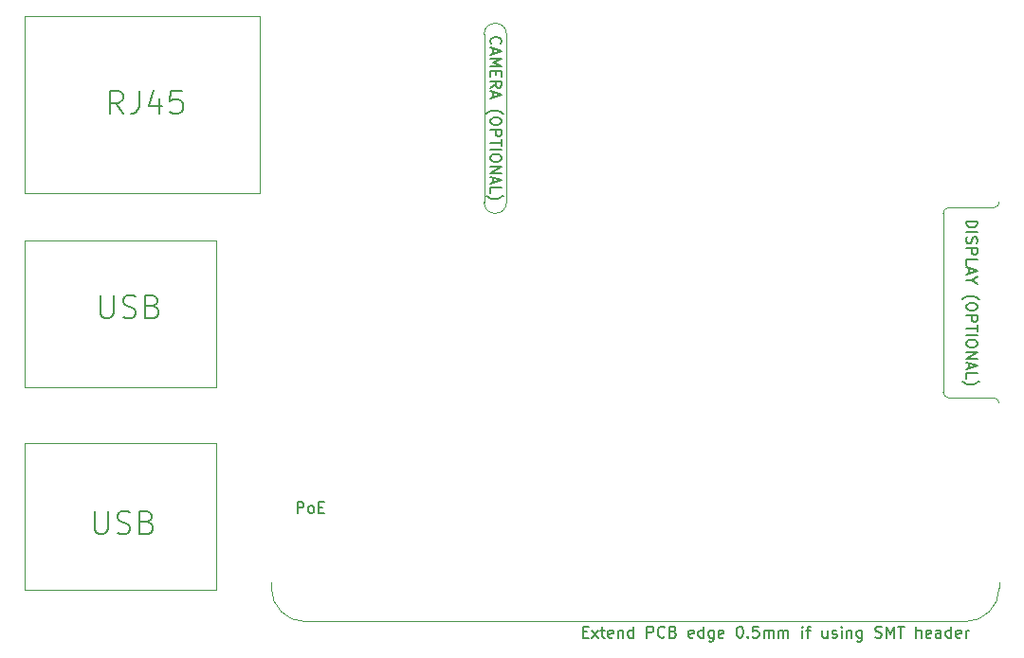
<source format=gbr>
G04 #@! TF.GenerationSoftware,KiCad,Pcbnew,(6.0.8)*
G04 #@! TF.CreationDate,2022-11-08T16:17:13+09:00*
G04 #@! TF.ProjectId,Aquarium,41717561-7269-4756-9d2e-6b696361645f,1.0*
G04 #@! TF.SameCoordinates,Original*
G04 #@! TF.FileFunction,OtherDrawing,Comment*
%FSLAX46Y46*%
G04 Gerber Fmt 4.6, Leading zero omitted, Abs format (unit mm)*
G04 Created by KiCad (PCBNEW (6.0.8)) date 2022-11-08 16:17:13*
%MOMM*%
%LPD*%
G01*
G04 APERTURE LIST*
%ADD10C,0.100000*%
%ADD11C,0.150000*%
G04 APERTURE END LIST*
D10*
X120500000Y-102000000D02*
X179500000Y-102000000D01*
X116500000Y-63675000D02*
X95500000Y-63675000D01*
X95500000Y-63675000D02*
X95500000Y-47825000D01*
X95500000Y-47825000D02*
X116500000Y-47825000D01*
X116500000Y-47825000D02*
X116500000Y-63675000D01*
X117500000Y-98500000D02*
X117500000Y-99000000D01*
X182500000Y-82500000D02*
G75*
G03*
X182000000Y-82000000I-500000J0D01*
G01*
X95500000Y-81050000D02*
X112600000Y-81050000D01*
X112600000Y-81050000D02*
X112600000Y-67950000D01*
X112600000Y-67950000D02*
X95500000Y-67950000D01*
X95500000Y-67950000D02*
X95500000Y-81050000D01*
X179500000Y-102000000D02*
G75*
G03*
X182500000Y-99000000I0J3000000D01*
G01*
X182500000Y-98500000D02*
X182500000Y-99000000D01*
X95500000Y-99144075D02*
X112600000Y-99144075D01*
X112600000Y-99144075D02*
X112600000Y-86044075D01*
X112600000Y-86044075D02*
X95500000Y-86044075D01*
X95500000Y-86044075D02*
X95500000Y-99144075D01*
X117500000Y-99000000D02*
G75*
G03*
X120500000Y-102000000I3000000J0D01*
G01*
X136500000Y-64500000D02*
X136500000Y-49500000D01*
X138500000Y-49500000D02*
X138500000Y-64500000D01*
X178000000Y-65000000D02*
X182000000Y-65000000D01*
X136500000Y-64500000D02*
G75*
G03*
X138500000Y-64500000I1000000J0D01*
G01*
X182000873Y-64999999D02*
G75*
G03*
X182500000Y-64500000I-873J499999D01*
G01*
X177500000Y-81500000D02*
X177500000Y-65500000D01*
X138500000Y-49500000D02*
G75*
G03*
X136500000Y-49500000I-1000000J0D01*
G01*
X182000000Y-82000000D02*
X178000000Y-82000000D01*
X178000000Y-65000000D02*
G75*
G03*
X177500000Y-65500000I0J-500000D01*
G01*
X177500000Y-81500000D02*
G75*
G03*
X178000000Y-82000000I500000J0D01*
G01*
D11*
X102252190Y-72852761D02*
X102252190Y-74471809D01*
X102347428Y-74662285D01*
X102442666Y-74757523D01*
X102633142Y-74852761D01*
X103014095Y-74852761D01*
X103204571Y-74757523D01*
X103299809Y-74662285D01*
X103395047Y-74471809D01*
X103395047Y-72852761D01*
X104252190Y-74757523D02*
X104537904Y-74852761D01*
X105014095Y-74852761D01*
X105204571Y-74757523D01*
X105299809Y-74662285D01*
X105395047Y-74471809D01*
X105395047Y-74281333D01*
X105299809Y-74090857D01*
X105204571Y-73995619D01*
X105014095Y-73900380D01*
X104633142Y-73805142D01*
X104442666Y-73709904D01*
X104347428Y-73614666D01*
X104252190Y-73424190D01*
X104252190Y-73233714D01*
X104347428Y-73043238D01*
X104442666Y-72948000D01*
X104633142Y-72852761D01*
X105109333Y-72852761D01*
X105395047Y-72948000D01*
X106918857Y-73805142D02*
X107204571Y-73900380D01*
X107299809Y-73995619D01*
X107395047Y-74186095D01*
X107395047Y-74471809D01*
X107299809Y-74662285D01*
X107204571Y-74757523D01*
X107014095Y-74852761D01*
X106252190Y-74852761D01*
X106252190Y-72852761D01*
X106918857Y-72852761D01*
X107109333Y-72948000D01*
X107204571Y-73043238D01*
X107299809Y-73233714D01*
X107299809Y-73424190D01*
X107204571Y-73614666D01*
X107109333Y-73709904D01*
X106918857Y-73805142D01*
X106252190Y-73805142D01*
X104252380Y-56564761D02*
X103585714Y-55612380D01*
X103109523Y-56564761D02*
X103109523Y-54564761D01*
X103871428Y-54564761D01*
X104061904Y-54660000D01*
X104157142Y-54755238D01*
X104252380Y-54945714D01*
X104252380Y-55231428D01*
X104157142Y-55421904D01*
X104061904Y-55517142D01*
X103871428Y-55612380D01*
X103109523Y-55612380D01*
X105680952Y-54564761D02*
X105680952Y-55993333D01*
X105585714Y-56279047D01*
X105395238Y-56469523D01*
X105109523Y-56564761D01*
X104919047Y-56564761D01*
X107490476Y-55231428D02*
X107490476Y-56564761D01*
X107014285Y-54469523D02*
X106538095Y-55898095D01*
X107776190Y-55898095D01*
X109490476Y-54564761D02*
X108538095Y-54564761D01*
X108442857Y-55517142D01*
X108538095Y-55421904D01*
X108728571Y-55326666D01*
X109204761Y-55326666D01*
X109395238Y-55421904D01*
X109490476Y-55517142D01*
X109585714Y-55707619D01*
X109585714Y-56183809D01*
X109490476Y-56374285D01*
X109395238Y-56469523D01*
X109204761Y-56564761D01*
X108728571Y-56564761D01*
X108538095Y-56469523D01*
X108442857Y-56374285D01*
X179547619Y-66190476D02*
X180547619Y-66190476D01*
X180547619Y-66428571D01*
X180500000Y-66571428D01*
X180404761Y-66666666D01*
X180309523Y-66714285D01*
X180119047Y-66761904D01*
X179976190Y-66761904D01*
X179785714Y-66714285D01*
X179690476Y-66666666D01*
X179595238Y-66571428D01*
X179547619Y-66428571D01*
X179547619Y-66190476D01*
X179547619Y-67190476D02*
X180547619Y-67190476D01*
X179595238Y-67619047D02*
X179547619Y-67761904D01*
X179547619Y-68000000D01*
X179595238Y-68095238D01*
X179642857Y-68142857D01*
X179738095Y-68190476D01*
X179833333Y-68190476D01*
X179928571Y-68142857D01*
X179976190Y-68095238D01*
X180023809Y-68000000D01*
X180071428Y-67809523D01*
X180119047Y-67714285D01*
X180166666Y-67666666D01*
X180261904Y-67619047D01*
X180357142Y-67619047D01*
X180452380Y-67666666D01*
X180500000Y-67714285D01*
X180547619Y-67809523D01*
X180547619Y-68047619D01*
X180500000Y-68190476D01*
X179547619Y-68619047D02*
X180547619Y-68619047D01*
X180547619Y-69000000D01*
X180500000Y-69095238D01*
X180452380Y-69142857D01*
X180357142Y-69190476D01*
X180214285Y-69190476D01*
X180119047Y-69142857D01*
X180071428Y-69095238D01*
X180023809Y-69000000D01*
X180023809Y-68619047D01*
X179547619Y-70095238D02*
X179547619Y-69619047D01*
X180547619Y-69619047D01*
X179833333Y-70380952D02*
X179833333Y-70857142D01*
X179547619Y-70285714D02*
X180547619Y-70619047D01*
X179547619Y-70952380D01*
X180023809Y-71476190D02*
X179547619Y-71476190D01*
X180547619Y-71142857D02*
X180023809Y-71476190D01*
X180547619Y-71809523D01*
X179166666Y-73190476D02*
X179214285Y-73142857D01*
X179357142Y-73047619D01*
X179452380Y-73000000D01*
X179595238Y-72952380D01*
X179833333Y-72904761D01*
X180023809Y-72904761D01*
X180261904Y-72952380D01*
X180404761Y-73000000D01*
X180500000Y-73047619D01*
X180642857Y-73142857D01*
X180690476Y-73190476D01*
X180547619Y-73761904D02*
X180547619Y-73952380D01*
X180500000Y-74047619D01*
X180404761Y-74142857D01*
X180214285Y-74190476D01*
X179880952Y-74190476D01*
X179690476Y-74142857D01*
X179595238Y-74047619D01*
X179547619Y-73952380D01*
X179547619Y-73761904D01*
X179595238Y-73666666D01*
X179690476Y-73571428D01*
X179880952Y-73523809D01*
X180214285Y-73523809D01*
X180404761Y-73571428D01*
X180500000Y-73666666D01*
X180547619Y-73761904D01*
X179547619Y-74619047D02*
X180547619Y-74619047D01*
X180547619Y-75000000D01*
X180500000Y-75095238D01*
X180452380Y-75142857D01*
X180357142Y-75190476D01*
X180214285Y-75190476D01*
X180119047Y-75142857D01*
X180071428Y-75095238D01*
X180023809Y-75000000D01*
X180023809Y-74619047D01*
X180547619Y-75476190D02*
X180547619Y-76047619D01*
X179547619Y-75761904D02*
X180547619Y-75761904D01*
X179547619Y-76380952D02*
X180547619Y-76380952D01*
X180547619Y-77047619D02*
X180547619Y-77238095D01*
X180500000Y-77333333D01*
X180404761Y-77428571D01*
X180214285Y-77476190D01*
X179880952Y-77476190D01*
X179690476Y-77428571D01*
X179595238Y-77333333D01*
X179547619Y-77238095D01*
X179547619Y-77047619D01*
X179595238Y-76952380D01*
X179690476Y-76857142D01*
X179880952Y-76809523D01*
X180214285Y-76809523D01*
X180404761Y-76857142D01*
X180500000Y-76952380D01*
X180547619Y-77047619D01*
X179547619Y-77904761D02*
X180547619Y-77904761D01*
X179547619Y-78476190D01*
X180547619Y-78476190D01*
X179833333Y-78904761D02*
X179833333Y-79380952D01*
X179547619Y-78809523D02*
X180547619Y-79142857D01*
X179547619Y-79476190D01*
X179547619Y-80285714D02*
X179547619Y-79809523D01*
X180547619Y-79809523D01*
X179166666Y-80523809D02*
X179214285Y-80571428D01*
X179357142Y-80666666D01*
X179452380Y-80714285D01*
X179595238Y-80761904D01*
X179833333Y-80809523D01*
X180023809Y-80809523D01*
X180261904Y-80761904D01*
X180404761Y-80714285D01*
X180500000Y-80666666D01*
X180642857Y-80571428D01*
X180690476Y-80523809D01*
X137142857Y-50357142D02*
X137095238Y-50309523D01*
X137047619Y-50166666D01*
X137047619Y-50071428D01*
X137095238Y-49928571D01*
X137190476Y-49833333D01*
X137285714Y-49785714D01*
X137476190Y-49738095D01*
X137619047Y-49738095D01*
X137809523Y-49785714D01*
X137904761Y-49833333D01*
X138000000Y-49928571D01*
X138047619Y-50071428D01*
X138047619Y-50166666D01*
X138000000Y-50309523D01*
X137952380Y-50357142D01*
X137333333Y-50738095D02*
X137333333Y-51214285D01*
X137047619Y-50642857D02*
X138047619Y-50976190D01*
X137047619Y-51309523D01*
X137047619Y-51642857D02*
X138047619Y-51642857D01*
X137333333Y-51976190D01*
X138047619Y-52309523D01*
X137047619Y-52309523D01*
X137571428Y-52785714D02*
X137571428Y-53119047D01*
X137047619Y-53261904D02*
X137047619Y-52785714D01*
X138047619Y-52785714D01*
X138047619Y-53261904D01*
X137047619Y-54261904D02*
X137523809Y-53928571D01*
X137047619Y-53690476D02*
X138047619Y-53690476D01*
X138047619Y-54071428D01*
X138000000Y-54166666D01*
X137952380Y-54214285D01*
X137857142Y-54261904D01*
X137714285Y-54261904D01*
X137619047Y-54214285D01*
X137571428Y-54166666D01*
X137523809Y-54071428D01*
X137523809Y-53690476D01*
X137333333Y-54642857D02*
X137333333Y-55119047D01*
X137047619Y-54547619D02*
X138047619Y-54880952D01*
X137047619Y-55214285D01*
X136666666Y-56595238D02*
X136714285Y-56547619D01*
X136857142Y-56452380D01*
X136952380Y-56404761D01*
X137095238Y-56357142D01*
X137333333Y-56309523D01*
X137523809Y-56309523D01*
X137761904Y-56357142D01*
X137904761Y-56404761D01*
X138000000Y-56452380D01*
X138142857Y-56547619D01*
X138190476Y-56595238D01*
X138047619Y-57166666D02*
X138047619Y-57357142D01*
X138000000Y-57452380D01*
X137904761Y-57547619D01*
X137714285Y-57595238D01*
X137380952Y-57595238D01*
X137190476Y-57547619D01*
X137095238Y-57452380D01*
X137047619Y-57357142D01*
X137047619Y-57166666D01*
X137095238Y-57071428D01*
X137190476Y-56976190D01*
X137380952Y-56928571D01*
X137714285Y-56928571D01*
X137904761Y-56976190D01*
X138000000Y-57071428D01*
X138047619Y-57166666D01*
X137047619Y-58023809D02*
X138047619Y-58023809D01*
X138047619Y-58404761D01*
X138000000Y-58500000D01*
X137952380Y-58547619D01*
X137857142Y-58595238D01*
X137714285Y-58595238D01*
X137619047Y-58547619D01*
X137571428Y-58500000D01*
X137523809Y-58404761D01*
X137523809Y-58023809D01*
X138047619Y-58880952D02*
X138047619Y-59452380D01*
X137047619Y-59166666D02*
X138047619Y-59166666D01*
X137047619Y-59785714D02*
X138047619Y-59785714D01*
X138047619Y-60452380D02*
X138047619Y-60642857D01*
X138000000Y-60738095D01*
X137904761Y-60833333D01*
X137714285Y-60880952D01*
X137380952Y-60880952D01*
X137190476Y-60833333D01*
X137095238Y-60738095D01*
X137047619Y-60642857D01*
X137047619Y-60452380D01*
X137095238Y-60357142D01*
X137190476Y-60261904D01*
X137380952Y-60214285D01*
X137714285Y-60214285D01*
X137904761Y-60261904D01*
X138000000Y-60357142D01*
X138047619Y-60452380D01*
X137047619Y-61309523D02*
X138047619Y-61309523D01*
X137047619Y-61880952D01*
X138047619Y-61880952D01*
X137333333Y-62309523D02*
X137333333Y-62785714D01*
X137047619Y-62214285D02*
X138047619Y-62547619D01*
X137047619Y-62880952D01*
X137047619Y-63690476D02*
X137047619Y-63214285D01*
X138047619Y-63214285D01*
X136666666Y-63928571D02*
X136714285Y-63976190D01*
X136857142Y-64071428D01*
X136952380Y-64119047D01*
X137095238Y-64166666D01*
X137333333Y-64214285D01*
X137523809Y-64214285D01*
X137761904Y-64166666D01*
X137904761Y-64119047D01*
X138000000Y-64071428D01*
X138142857Y-63976190D01*
X138190476Y-63928571D01*
X101744190Y-92156761D02*
X101744190Y-93775809D01*
X101839428Y-93966285D01*
X101934666Y-94061523D01*
X102125142Y-94156761D01*
X102506095Y-94156761D01*
X102696571Y-94061523D01*
X102791809Y-93966285D01*
X102887047Y-93775809D01*
X102887047Y-92156761D01*
X103744190Y-94061523D02*
X104029904Y-94156761D01*
X104506095Y-94156761D01*
X104696571Y-94061523D01*
X104791809Y-93966285D01*
X104887047Y-93775809D01*
X104887047Y-93585333D01*
X104791809Y-93394857D01*
X104696571Y-93299619D01*
X104506095Y-93204380D01*
X104125142Y-93109142D01*
X103934666Y-93013904D01*
X103839428Y-92918666D01*
X103744190Y-92728190D01*
X103744190Y-92537714D01*
X103839428Y-92347238D01*
X103934666Y-92252000D01*
X104125142Y-92156761D01*
X104601333Y-92156761D01*
X104887047Y-92252000D01*
X106410857Y-93109142D02*
X106696571Y-93204380D01*
X106791809Y-93299619D01*
X106887047Y-93490095D01*
X106887047Y-93775809D01*
X106791809Y-93966285D01*
X106696571Y-94061523D01*
X106506095Y-94156761D01*
X105744190Y-94156761D01*
X105744190Y-92156761D01*
X106410857Y-92156761D01*
X106601333Y-92252000D01*
X106696571Y-92347238D01*
X106791809Y-92537714D01*
X106791809Y-92728190D01*
X106696571Y-92918666D01*
X106601333Y-93013904D01*
X106410857Y-93109142D01*
X105744190Y-93109142D01*
X145335595Y-102928571D02*
X145668928Y-102928571D01*
X145811785Y-103452380D02*
X145335595Y-103452380D01*
X145335595Y-102452380D01*
X145811785Y-102452380D01*
X146145119Y-103452380D02*
X146668928Y-102785714D01*
X146145119Y-102785714D02*
X146668928Y-103452380D01*
X146907023Y-102785714D02*
X147287976Y-102785714D01*
X147049880Y-102452380D02*
X147049880Y-103309523D01*
X147097500Y-103404761D01*
X147192738Y-103452380D01*
X147287976Y-103452380D01*
X148002261Y-103404761D02*
X147907023Y-103452380D01*
X147716547Y-103452380D01*
X147621309Y-103404761D01*
X147573690Y-103309523D01*
X147573690Y-102928571D01*
X147621309Y-102833333D01*
X147716547Y-102785714D01*
X147907023Y-102785714D01*
X148002261Y-102833333D01*
X148049880Y-102928571D01*
X148049880Y-103023809D01*
X147573690Y-103119047D01*
X148478452Y-102785714D02*
X148478452Y-103452380D01*
X148478452Y-102880952D02*
X148526071Y-102833333D01*
X148621309Y-102785714D01*
X148764166Y-102785714D01*
X148859404Y-102833333D01*
X148907023Y-102928571D01*
X148907023Y-103452380D01*
X149811785Y-103452380D02*
X149811785Y-102452380D01*
X149811785Y-103404761D02*
X149716547Y-103452380D01*
X149526071Y-103452380D01*
X149430833Y-103404761D01*
X149383214Y-103357142D01*
X149335595Y-103261904D01*
X149335595Y-102976190D01*
X149383214Y-102880952D01*
X149430833Y-102833333D01*
X149526071Y-102785714D01*
X149716547Y-102785714D01*
X149811785Y-102833333D01*
X151049880Y-103452380D02*
X151049880Y-102452380D01*
X151430833Y-102452380D01*
X151526071Y-102500000D01*
X151573690Y-102547619D01*
X151621309Y-102642857D01*
X151621309Y-102785714D01*
X151573690Y-102880952D01*
X151526071Y-102928571D01*
X151430833Y-102976190D01*
X151049880Y-102976190D01*
X152621309Y-103357142D02*
X152573690Y-103404761D01*
X152430833Y-103452380D01*
X152335595Y-103452380D01*
X152192738Y-103404761D01*
X152097500Y-103309523D01*
X152049880Y-103214285D01*
X152002261Y-103023809D01*
X152002261Y-102880952D01*
X152049880Y-102690476D01*
X152097500Y-102595238D01*
X152192738Y-102500000D01*
X152335595Y-102452380D01*
X152430833Y-102452380D01*
X152573690Y-102500000D01*
X152621309Y-102547619D01*
X153383214Y-102928571D02*
X153526071Y-102976190D01*
X153573690Y-103023809D01*
X153621309Y-103119047D01*
X153621309Y-103261904D01*
X153573690Y-103357142D01*
X153526071Y-103404761D01*
X153430833Y-103452380D01*
X153049880Y-103452380D01*
X153049880Y-102452380D01*
X153383214Y-102452380D01*
X153478452Y-102500000D01*
X153526071Y-102547619D01*
X153573690Y-102642857D01*
X153573690Y-102738095D01*
X153526071Y-102833333D01*
X153478452Y-102880952D01*
X153383214Y-102928571D01*
X153049880Y-102928571D01*
X155192738Y-103404761D02*
X155097500Y-103452380D01*
X154907023Y-103452380D01*
X154811785Y-103404761D01*
X154764166Y-103309523D01*
X154764166Y-102928571D01*
X154811785Y-102833333D01*
X154907023Y-102785714D01*
X155097500Y-102785714D01*
X155192738Y-102833333D01*
X155240357Y-102928571D01*
X155240357Y-103023809D01*
X154764166Y-103119047D01*
X156097500Y-103452380D02*
X156097500Y-102452380D01*
X156097500Y-103404761D02*
X156002261Y-103452380D01*
X155811785Y-103452380D01*
X155716547Y-103404761D01*
X155668928Y-103357142D01*
X155621309Y-103261904D01*
X155621309Y-102976190D01*
X155668928Y-102880952D01*
X155716547Y-102833333D01*
X155811785Y-102785714D01*
X156002261Y-102785714D01*
X156097500Y-102833333D01*
X157002261Y-102785714D02*
X157002261Y-103595238D01*
X156954642Y-103690476D01*
X156907023Y-103738095D01*
X156811785Y-103785714D01*
X156668928Y-103785714D01*
X156573690Y-103738095D01*
X157002261Y-103404761D02*
X156907023Y-103452380D01*
X156716547Y-103452380D01*
X156621309Y-103404761D01*
X156573690Y-103357142D01*
X156526071Y-103261904D01*
X156526071Y-102976190D01*
X156573690Y-102880952D01*
X156621309Y-102833333D01*
X156716547Y-102785714D01*
X156907023Y-102785714D01*
X157002261Y-102833333D01*
X157859404Y-103404761D02*
X157764166Y-103452380D01*
X157573690Y-103452380D01*
X157478452Y-103404761D01*
X157430833Y-103309523D01*
X157430833Y-102928571D01*
X157478452Y-102833333D01*
X157573690Y-102785714D01*
X157764166Y-102785714D01*
X157859404Y-102833333D01*
X157907023Y-102928571D01*
X157907023Y-103023809D01*
X157430833Y-103119047D01*
X159287976Y-102452380D02*
X159383214Y-102452380D01*
X159478452Y-102500000D01*
X159526071Y-102547619D01*
X159573690Y-102642857D01*
X159621309Y-102833333D01*
X159621309Y-103071428D01*
X159573690Y-103261904D01*
X159526071Y-103357142D01*
X159478452Y-103404761D01*
X159383214Y-103452380D01*
X159287976Y-103452380D01*
X159192738Y-103404761D01*
X159145119Y-103357142D01*
X159097500Y-103261904D01*
X159049880Y-103071428D01*
X159049880Y-102833333D01*
X159097500Y-102642857D01*
X159145119Y-102547619D01*
X159192738Y-102500000D01*
X159287976Y-102452380D01*
X160049880Y-103357142D02*
X160097500Y-103404761D01*
X160049880Y-103452380D01*
X160002261Y-103404761D01*
X160049880Y-103357142D01*
X160049880Y-103452380D01*
X161002261Y-102452380D02*
X160526071Y-102452380D01*
X160478452Y-102928571D01*
X160526071Y-102880952D01*
X160621309Y-102833333D01*
X160859404Y-102833333D01*
X160954642Y-102880952D01*
X161002261Y-102928571D01*
X161049880Y-103023809D01*
X161049880Y-103261904D01*
X161002261Y-103357142D01*
X160954642Y-103404761D01*
X160859404Y-103452380D01*
X160621309Y-103452380D01*
X160526071Y-103404761D01*
X160478452Y-103357142D01*
X161478452Y-103452380D02*
X161478452Y-102785714D01*
X161478452Y-102880952D02*
X161526071Y-102833333D01*
X161621309Y-102785714D01*
X161764166Y-102785714D01*
X161859404Y-102833333D01*
X161907023Y-102928571D01*
X161907023Y-103452380D01*
X161907023Y-102928571D02*
X161954642Y-102833333D01*
X162049880Y-102785714D01*
X162192738Y-102785714D01*
X162287976Y-102833333D01*
X162335595Y-102928571D01*
X162335595Y-103452380D01*
X162811785Y-103452380D02*
X162811785Y-102785714D01*
X162811785Y-102880952D02*
X162859404Y-102833333D01*
X162954642Y-102785714D01*
X163097500Y-102785714D01*
X163192738Y-102833333D01*
X163240357Y-102928571D01*
X163240357Y-103452380D01*
X163240357Y-102928571D02*
X163287976Y-102833333D01*
X163383214Y-102785714D01*
X163526071Y-102785714D01*
X163621309Y-102833333D01*
X163668928Y-102928571D01*
X163668928Y-103452380D01*
X164907023Y-103452380D02*
X164907023Y-102785714D01*
X164907023Y-102452380D02*
X164859404Y-102500000D01*
X164907023Y-102547619D01*
X164954642Y-102500000D01*
X164907023Y-102452380D01*
X164907023Y-102547619D01*
X165240357Y-102785714D02*
X165621309Y-102785714D01*
X165383214Y-103452380D02*
X165383214Y-102595238D01*
X165430833Y-102500000D01*
X165526071Y-102452380D01*
X165621309Y-102452380D01*
X167145119Y-102785714D02*
X167145119Y-103452380D01*
X166716547Y-102785714D02*
X166716547Y-103309523D01*
X166764166Y-103404761D01*
X166859404Y-103452380D01*
X167002261Y-103452380D01*
X167097500Y-103404761D01*
X167145119Y-103357142D01*
X167573690Y-103404761D02*
X167668928Y-103452380D01*
X167859404Y-103452380D01*
X167954642Y-103404761D01*
X168002261Y-103309523D01*
X168002261Y-103261904D01*
X167954642Y-103166666D01*
X167859404Y-103119047D01*
X167716547Y-103119047D01*
X167621309Y-103071428D01*
X167573690Y-102976190D01*
X167573690Y-102928571D01*
X167621309Y-102833333D01*
X167716547Y-102785714D01*
X167859404Y-102785714D01*
X167954642Y-102833333D01*
X168430833Y-103452380D02*
X168430833Y-102785714D01*
X168430833Y-102452380D02*
X168383214Y-102500000D01*
X168430833Y-102547619D01*
X168478452Y-102500000D01*
X168430833Y-102452380D01*
X168430833Y-102547619D01*
X168907023Y-102785714D02*
X168907023Y-103452380D01*
X168907023Y-102880952D02*
X168954642Y-102833333D01*
X169049880Y-102785714D01*
X169192738Y-102785714D01*
X169287976Y-102833333D01*
X169335595Y-102928571D01*
X169335595Y-103452380D01*
X170240357Y-102785714D02*
X170240357Y-103595238D01*
X170192738Y-103690476D01*
X170145119Y-103738095D01*
X170049880Y-103785714D01*
X169907023Y-103785714D01*
X169811785Y-103738095D01*
X170240357Y-103404761D02*
X170145119Y-103452380D01*
X169954642Y-103452380D01*
X169859404Y-103404761D01*
X169811785Y-103357142D01*
X169764166Y-103261904D01*
X169764166Y-102976190D01*
X169811785Y-102880952D01*
X169859404Y-102833333D01*
X169954642Y-102785714D01*
X170145119Y-102785714D01*
X170240357Y-102833333D01*
X171430833Y-103404761D02*
X171573690Y-103452380D01*
X171811785Y-103452380D01*
X171907023Y-103404761D01*
X171954642Y-103357142D01*
X172002261Y-103261904D01*
X172002261Y-103166666D01*
X171954642Y-103071428D01*
X171907023Y-103023809D01*
X171811785Y-102976190D01*
X171621309Y-102928571D01*
X171526071Y-102880952D01*
X171478452Y-102833333D01*
X171430833Y-102738095D01*
X171430833Y-102642857D01*
X171478452Y-102547619D01*
X171526071Y-102500000D01*
X171621309Y-102452380D01*
X171859404Y-102452380D01*
X172002261Y-102500000D01*
X172430833Y-103452380D02*
X172430833Y-102452380D01*
X172764166Y-103166666D01*
X173097500Y-102452380D01*
X173097500Y-103452380D01*
X173430833Y-102452380D02*
X174002261Y-102452380D01*
X173716547Y-103452380D02*
X173716547Y-102452380D01*
X175097500Y-103452380D02*
X175097500Y-102452380D01*
X175526071Y-103452380D02*
X175526071Y-102928571D01*
X175478452Y-102833333D01*
X175383214Y-102785714D01*
X175240357Y-102785714D01*
X175145119Y-102833333D01*
X175097500Y-102880952D01*
X176383214Y-103404761D02*
X176287976Y-103452380D01*
X176097499Y-103452380D01*
X176002261Y-103404761D01*
X175954642Y-103309523D01*
X175954642Y-102928571D01*
X176002261Y-102833333D01*
X176097499Y-102785714D01*
X176287976Y-102785714D01*
X176383214Y-102833333D01*
X176430833Y-102928571D01*
X176430833Y-103023809D01*
X175954642Y-103119047D01*
X177287976Y-103452380D02*
X177287976Y-102928571D01*
X177240357Y-102833333D01*
X177145119Y-102785714D01*
X176954642Y-102785714D01*
X176859404Y-102833333D01*
X177287976Y-103404761D02*
X177192738Y-103452380D01*
X176954642Y-103452380D01*
X176859404Y-103404761D01*
X176811785Y-103309523D01*
X176811785Y-103214285D01*
X176859404Y-103119047D01*
X176954642Y-103071428D01*
X177192738Y-103071428D01*
X177287976Y-103023809D01*
X178192738Y-103452380D02*
X178192738Y-102452380D01*
X178192738Y-103404761D02*
X178097499Y-103452380D01*
X177907023Y-103452380D01*
X177811785Y-103404761D01*
X177764166Y-103357142D01*
X177716547Y-103261904D01*
X177716547Y-102976190D01*
X177764166Y-102880952D01*
X177811785Y-102833333D01*
X177907023Y-102785714D01*
X178097499Y-102785714D01*
X178192738Y-102833333D01*
X179049880Y-103404761D02*
X178954642Y-103452380D01*
X178764166Y-103452380D01*
X178668928Y-103404761D01*
X178621309Y-103309523D01*
X178621309Y-102928571D01*
X178668928Y-102833333D01*
X178764166Y-102785714D01*
X178954642Y-102785714D01*
X179049880Y-102833333D01*
X179097499Y-102928571D01*
X179097499Y-103023809D01*
X178621309Y-103119047D01*
X179526071Y-103452380D02*
X179526071Y-102785714D01*
X179526071Y-102976190D02*
X179573690Y-102880952D01*
X179621309Y-102833333D01*
X179716547Y-102785714D01*
X179811785Y-102785714D01*
X119833333Y-92312380D02*
X119833333Y-91312380D01*
X120214285Y-91312380D01*
X120309523Y-91360000D01*
X120357142Y-91407619D01*
X120404761Y-91502857D01*
X120404761Y-91645714D01*
X120357142Y-91740952D01*
X120309523Y-91788571D01*
X120214285Y-91836190D01*
X119833333Y-91836190D01*
X120976190Y-92312380D02*
X120880952Y-92264761D01*
X120833333Y-92217142D01*
X120785714Y-92121904D01*
X120785714Y-91836190D01*
X120833333Y-91740952D01*
X120880952Y-91693333D01*
X120976190Y-91645714D01*
X121119047Y-91645714D01*
X121214285Y-91693333D01*
X121261904Y-91740952D01*
X121309523Y-91836190D01*
X121309523Y-92121904D01*
X121261904Y-92217142D01*
X121214285Y-92264761D01*
X121119047Y-92312380D01*
X120976190Y-92312380D01*
X121738095Y-91788571D02*
X122071428Y-91788571D01*
X122214285Y-92312380D02*
X121738095Y-92312380D01*
X121738095Y-91312380D01*
X122214285Y-91312380D01*
M02*

</source>
